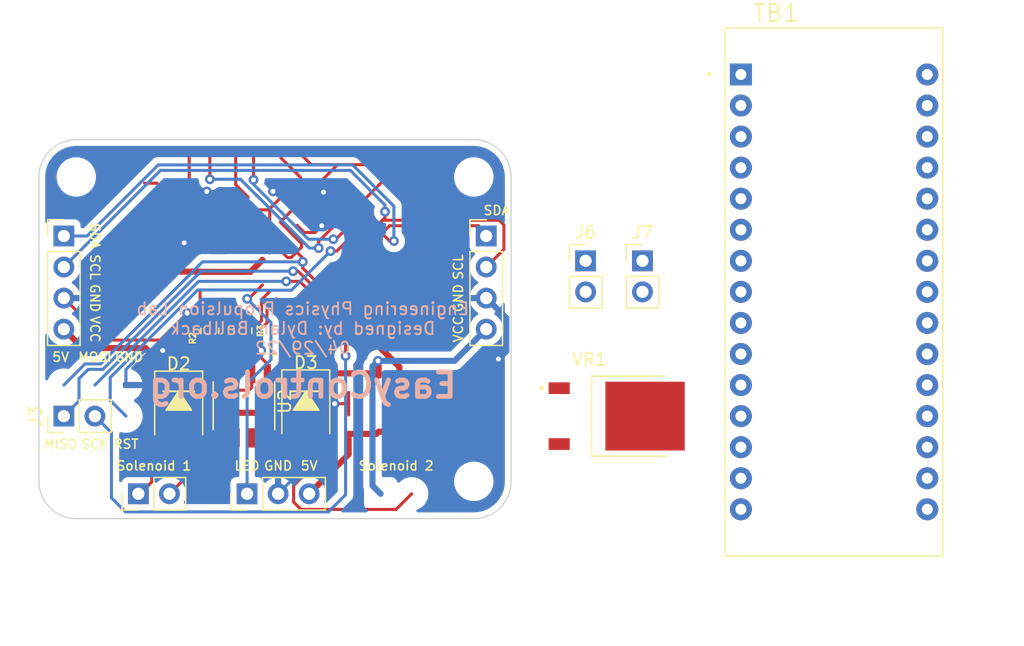
<source format=kicad_pcb>
(kicad_pcb (version 20211014) (generator pcbnew)
  (layers (0 "F.Cu" signal) (31 "B.Cu" signal) (34 "B.Paste" user) (35 "F.Paste" user) (36 "B.SilkS" user "B.Silkscreen") (37 "F.SilkS" user "F.Silkscreen") (38 "B.Mask" user) (39 "F.Mask" user) (44 "Edge.Cuts" user))
  (net 0 "")
  (net 1 "+5V")
  (net 2 "GND")
  (net 3 "VCC")
  (net 5 "/SOL1")
  (net 6 "/SOL2")
  (net 8 "/LED")
  (net 9 "/Gate1")
  (net 10 "/Gate2")
  (net 11 "/SDA")
  (net 12 "/SCL")
  (net 32 "/5V")
  (footprint "Diode_SMD:D_1812_4532Metric" (layer "F.Cu") (at 98.8 83.1 -90)
    (fp_text reference "D2" (at -3.556 0 180) (layer "F.SilkS"))
    (fp_text value "D")
    (fp_line (start -2.96 -1.96) (end -2.96 1.96) (layer "F.SilkS") (width 0.12))
    (fp_line (start -2.96 1.96) (end 2.25 1.96) (layer "F.SilkS") (width 0.12))
    (fp_line (start 2.25 -1.96) (end -2.96 -1.96) (layer "F.SilkS") (width 0.12))
    (pad "1" smd roundrect locked (at -2.1375 0 270) (size 1.125 3.4) (layers "F.Cu" "F.Paste" "F.Mask") (roundrect_rratio 0.2222222222) (net 3 "VCC"))
    (pad "2" smd roundrect locked (at 2.1375 0 270) (size 1.125 3.4) (layers "F.Cu" "F.Paste" "F.Mask") (roundrect_rratio 0.2222222222) (net 5 "/SOL1"))
  )
  (footprint "Connector_PinHeader_2.54mm:PinHeader_1x03_P2.54mm_Vertical" (layer "F.Cu") (at 104.394 90.17 90)
    (fp_text reference "J4" hide)
    (fp_text value "LED")
    (fp_line (start -1.33 -1.33) (end 0 -1.33) (layer "F.SilkS") (width 0.12))
    (fp_line (start -1.33 1.27) (end 1.33 1.27) (layer "F.SilkS") (width 0.12))
    (fp_line (start -1.33 0) (end -1.33 -1.33) (layer "F.SilkS") (width 0.12))
    (fp_line (start -1.33 1.27) (end -1.33 6.41) (layer "F.SilkS") (width 0.12))
    (fp_line (start 1.33 1.27) (end 1.33 6.41) (layer "F.SilkS") (width 0.12))
    (fp_line (start -1.33 6.41) (end 1.33 6.41) (layer "F.SilkS") (width 0.12))
    (pad "1" thru_hole rect locked (at 0 0 90) (size 1.7 1.7) (drill 1) (layers *.Cu *.Mask) (net 1 "+5V"))
    (pad "2" thru_hole oval locked (at 0 2.54 90) (size 1.7 1.7) (drill 1) (layers *.Cu *.Mask) (net 8 "/LED"))
    (pad "3" thru_hole oval locked (at 0 5.08 90) (size 1.7 1.7) (drill 1) (layers *.Cu *.Mask) (net 2 "GND"))
  )
  (footprint "Connector_PinHeader_2.54mm:PinHeader_1x04_P2.54mm_Vertical" (layer "F.Cu") (at 89.408 69.088)
    (fp_text reference "J1" hide)
    (fp_text value "I2C/Power_IN")
    (fp_line (start -1.33 -1.33) (end 0 -1.33) (layer "F.SilkS") (width 0.12))
    (fp_line (start 1.33 1.27) (end 1.33 8.95) (layer "F.SilkS") (width 0.12))
    (fp_line (start -1.33 8.95) (end 1.33 8.95) (layer "F.SilkS") (width 0.12))
    (fp_line (start -1.33 0) (end -1.33 -1.33) (layer "F.SilkS") (width 0.12))
    (fp_line (start -1.33 1.27) (end -1.33 8.95) (layer "F.SilkS") (width 0.12))
    (fp_line (start -1.33 1.27) (end 1.33 1.27) (layer "F.SilkS") (width 0.12))
    (pad "1" thru_hole rect locked (at 0 0) (size 1.7 1.7) (drill 1) (layers *.Cu *.Mask) (net 11 "/SDA"))
    (pad "2" thru_hole oval locked (at 0 2.54) (size 1.7 1.7) (drill 1) (layers *.Cu *.Mask) (net 12 "/SCL"))
    (pad "3" thru_hole oval locked (at 0 5.08) (size 1.7 1.7) (drill 1) (layers *.Cu *.Mask) (net 2 "GND"))
    (pad "4" thru_hole oval locked (at 0 7.62) (size 1.7 1.7) (drill 1) (layers *.Cu *.Mask) (net 3 "VCC"))
  )
  (footprint "Connector_PinHeader_2.54mm:PinHeader_1x02_P2.54mm_Vertical" (layer "F.Cu") (at 95.504 90.17 90)
    (fp_text reference "J5" hide)
    (fp_text value "SOL_1")
    (fp_line (start 1.33 1.27) (end 1.33 3.87) (layer "F.SilkS") (width 0.12))
    (fp_line (start -1.33 0) (end -1.33 -1.33) (layer "F.SilkS") (width 0.12))
    (fp_line (start -1.33 1.27) (end -1.33 3.87) (layer "F.SilkS") (width 0.12))
    (fp_line (start -1.33 -1.33) (end 0 -1.33) (layer "F.SilkS") (width 0.12))
    (fp_line (start -1.33 3.87) (end 1.33 3.87) (layer "F.SilkS") (width 0.12))
    (fp_line (start -1.33 1.27) (end 1.33 1.27) (layer "F.SilkS") (width 0.12))
    (pad "1" thru_hole rect locked (at 0 0 90) (size 1.7 1.7) (drill 1) (layers *.Cu *.Mask) (net 3 "VCC"))
    (pad "2" thru_hole oval locked (at 0 2.54 90) (size 1.7 1.7) (drill 1) (layers *.Cu *.Mask) (net 5 "/SOL1"))
  )
  (footprint "MountingHole:MountingHole_2.2mm_M2" (layer "F.Cu") (at 90.424 89.154)
    (fp_text reference "H2" hide)
    (fp_text value "MountingHole")
    (pad "" np_thru_hole circle locked (at 0 0) (size 2.2 2.2) (drill 2.2) (layers *.Cu *.Mask))
  )
  (footprint "MountingHole:MountingHole_2.2mm_M2" (layer "F.Cu") (at 90.424 64.262)
    (fp_text reference "H3" hide)
    (fp_text value "MountingHole")
    (pad "" np_thru_hole circle locked (at 0 0) (size 2.2 2.2) (drill 2.2) (layers *.Cu *.Mask))
  )
  (footprint "Connector_PinHeader_2.54mm:PinHeader_1x02_P2.54mm_Vertical" (layer "F.Cu") (at 89.408 83.82 90)
    (fp_text reference "J3" (at 0 -2.33 90) (layer "F.SilkS"))
    (fp_text value "SOL_1")
    (fp_line (start -1.33 -1.33) (end 0 -1.33) (layer "F.SilkS") (width 0.12))
    (fp_line (start 1.33 1.27) (end 1.33 3.87) (layer "F.SilkS") (width 0.12))
    (fp_line (start -1.33 0) (end -1.33 -1.33) (layer "F.SilkS") (width 0.12))
    (fp_line (start -1.33 1.27) (end -1.33 3.87) (layer "F.SilkS") (width 0.12))
    (fp_line (start -1.33 1.27) (end 1.33 1.27) (layer "F.SilkS") (width 0.12))
    (fp_line (start -1.33 3.87) (end 1.33 3.87) (layer "F.SilkS") (width 0.12))
    (pad "1" thru_hole rect (at 0 0 90) (size 1.7 1.7) (drill 1) (layers *.Cu *.Mask) (net 3 "VCC"))
    (pad "2" thru_hole oval (at 0 2.54 90) (size 1.7 1.7) (drill 1) (layers *.Cu *.Mask) (net 5 "/SOL1"))
  )
  (footprint "MountingHole:MountingHole_2.2mm_M2" (layer "F.Cu") (at 122.936 89.154)
    (fp_text reference "H4" hide)
    (fp_text value "MountingHole")
    (pad "" np_thru_hole circle locked (at 0 0) (size 2.2 2.2) (drill 2.2) (layers *.Cu *.Mask))
  )
  (footprint "Resistor_SMD:R_0805_2012Metric" (layer "F.Cu") (at 101.35 76.85 90)
    (fp_text reference "R2" (at -0.6 -1.4 90) (layer "F.SilkS") (effects (font (size 0.5 0.5) (thickness 0.125))))
    (fp_text value "10k")
    (fp_line (start -0.227064 -0.735) (end 0.227064 -0.735) (layer "F.SilkS") (width 0.12))
    (fp_line (start -0.227064 0.735) (end 0.227064 0.735) (layer "F.SilkS") (width 0.12))
    (pad "1" smd roundrect locked (at -0.9125 0 90) (size 1.025 1.4) (layers "F.Cu" "F.Paste" "F.Mask") (roundrect_rratio 0.243902439) (net 9 "/Gate1"))
    (pad "2" smd roundrect locked (at 0.9125 0 90) (size 1.025 1.4) (layers "F.Cu" "F.Paste" "F.Mask") (roundrect_rratio 0.243902439) (net 2 "GND"))
  )
  (footprint "Dylan:SOIC127P600X150-8N" (layer "F.Cu") (at 104.14 82.975 -90)
    (fp_text reference "U2" (at -0.355 -3.332 -90) (layer "F.SilkS"))
    (fp_text value "DMN4026SSD")
    (fp_line (start -1.95 -2.52) (end 1.95 -2.52) (layer "F.SilkS") (width 0.127))
    (fp_line (start -1.95 2.52) (end 1.95 2.52) (layer "F.SilkS") (width 0.127))
    (fp_circle (center -4.205 -2.495) (end -4.105 -2.495) (layer "F.SilkS") (width 0.2) (fill none))
    (pad "1" smd roundrect locked (at -2.625 -1.905 270) (size 1.58 0.59) (layers "F.Cu" "F.Paste" "F.Mask") (roundrect_rratio 0.07) (net 2 "GND"))
    (pad "2" smd roundrect locked (at -2.625 -0.635 270) (size 1.58 0.59) (layers "F.Cu" "F.Paste" "F.Mask") (roundrect_rratio 0.07) (net 9 "/Gate1"))
    (pad "3" smd roundrect locked (at -2.625 0.635 270) (size 1.58 0.59) (layers "F.Cu" "F.Paste" "F.Mask") (roundrect_rratio 0.07) (net 2 "GND"))
    (pad "4" smd roundrect locked (at -2.625 1.905 270) (size 1.58 0.59) (layers "F.Cu" "F.Paste" "F.Mask") (roundrect_rratio 0.07) (net 10 "/Gate2"))
    (pad "5" smd roundrect locked (at 2.625 1.905 270) (size 1.58 0.59) (layers "F.Cu" "F.Paste" "F.Mask") (roundrect_rratio 0.07) (net 5 "/SOL1"))
    (pad "6" smd roundrect locked (at 2.625 0.635 270) (size 1.58 0.59) (layers "F.Cu" "F.Paste" "F.Mask") (roundrect_rratio 0.07) (net 5 "/SOL1"))
    (pad "7" smd roundrect locked (at 2.625 -0.635 270) (size 1.58 0.59) (layers "F.Cu" "F.Paste" "F.Mask") (roundrect_rratio 0.07) (net 6 "/SOL2"))
    (pad "8" smd roundrect locked (at 2.625 -1.905 270) (size 1.58 0.59) (layers "F.Cu" "F.Paste" "F.Mask") (roundrect_rratio 0.07) (net 6 "/SOL2"))
  )
  (footprint "Resistor_SMD:R_0805_2012Metric" (layer "F.Cu") (at 104.05 76.85 90)
    (fp_text reference "R3" (at 0 1.45 90) (layer "F.SilkS") (effects (font (size 0.5 0.5) (thickness 0.125))))
    (fp_text value "10k")
    (fp_line (start -0.227064 0.735) (end 0.227064 0.735) (layer "F.SilkS") (width 0.12))
    (fp_line (start -0.227064 -0.735) (end 0.227064 -0.735) (layer "F.SilkS") (width 0.12))
    (pad "1" smd roundrect locked (at -0.9125 0 90) (size 1.025 1.4) (layers "F.Cu" "F.Paste" "F.Mask") (roundrect_rratio 0.243902439) (net 10 "/Gate2"))
    (pad "2" smd roundrect locked (at 0.9125 0 90) (size 1.025 1.4) (layers "F.Cu" "F.Paste" "F.Mask") (roundrect_rratio 0.243902439) (net 2 "GND"))
  )
  (footprint "Diode_SMD:D_1812_4532Metric" (layer "F.Cu") (at 109.2 83 -90)
    (fp_text reference "D3" (at -3.556 0 180) (layer "F.SilkS"))
    (fp_text value "D")
    (fp_line (start -2.96 -1.96) (end -2.96 1.96) (layer "F.SilkS") (width 0.12))
    (fp_line (start 2.25 -1.96) (end -2.96 -1.96) (layer "F.SilkS") (width 0.12))
    (fp_line (start -2.96 1.96) (end 2.25 1.96) (layer "F.SilkS") (width 0.12))
    (pad "1" smd roundrect locked (at -2.1375 0 270) (size 1.125 3.4) (layers "F.Cu" "F.Paste" "F.Mask") (roundrect_rratio 0.2222222222) (net 3 "VCC"))
    (pad "2" smd roundrect locked (at 2.1375 0 270) (size 1.125 3.4) (layers "F.Cu" "F.Paste" "F.Mask") (roundrect_rratio 0.2222222222) (net 6 "/SOL2"))
  )
  (footprint "Connector_PinHeader_2.54mm:PinHeader_1x04_P2.54mm_Vertical" (layer "F.Cu") (at 123.952 69.088)
    (fp_text reference "J2" hide)
    (fp_text value "I2C/Power_IN")
    (fp_line (start -1.33 0) (end -1.33 -1.33) (layer "F.SilkS") (width 0.12))
    (fp_line (start -1.33 -1.33) (end 0 -1.33) (layer "F.SilkS") (width 0.12))
    (fp_line (start 1.33 1.27) (end 1.33 8.95) (layer "F.SilkS") (width 0.12))
    (fp_line (start -1.33 8.95) (end 1.33 8.95) (layer "F.SilkS") (width 0.12))
    (fp_line (start -1.33 1.27) (end 1.33 1.27) (layer "F.SilkS") (width 0.12))
    (fp_line (start -1.33 1.27) (end -1.33 8.95) (layer "F.SilkS") (width 0.12))
    (pad "1" thru_hole rect locked (at 0 0) (size 1.7 1.7) (drill 1) (layers *.Cu *.Mask) (net 11 "/SDA"))
    (pad "2" thru_hole oval locked (at 0 2.54) (size 1.7 1.7) (drill 1) (layers *.Cu *.Mask) (net 12 "/SCL"))
    (pad "3" thru_hole oval locked (at 0 5.08) (size 1.7 1.7) (drill 1) (layers *.Cu *.Mask) (net 2 "GND"))
    (pad "4" thru_hole oval locked (at 0 7.62) (size 1.7 1.7) (drill 1) (layers *.Cu *.Mask) (net 3 "VCC"))
  )
  (footprint "MountingHole:MountingHole_2.2mm_M2" (layer "F.Cu") (at 122.936 64.262)
    (fp_text reference "H1" hide)
    (fp_text value "MountingHole")
    (pad "" np_thru_hole circle locked (at 0 0) (size 2.2 2.2) (drill 2.2) (layers *.Cu *.Mask))
  )
  (footprint "Connector_PinHeader_2.54mm:PinHeader_1x02_P2.54mm_Vertical" (layer "F.Cu") (at 132.08 71.12)
    (fp_text reference "J6" (at 0 -2.33) (layer "F.SilkS"))
    (fp_text value "SOL_2")
    (fp_line (start 1.33 1.27) (end 1.33 3.87) (layer "F.SilkS") (width 0.12))
    (fp_line (start -1.33 0) (end -1.33 -1.33) (layer "F.SilkS") (width 0.12))
    (fp_line (start -1.33 1.27) (end -1.33 3.87) (layer "F.SilkS") (width 0.12))
    (fp_line (start -1.33 1.27) (end 1.33 1.27) (layer "F.SilkS") (width 0.12))
    (fp_line (start -1.33 -1.33) (end 0 -1.33) (layer "F.SilkS") (width 0.12))
    (fp_line (start -1.33 3.87) (end 1.33 3.87) (layer "F.SilkS") (width 0.12))
    (pad "1" thru_hole rect (at 0 0) (size 1.7 1.7) (drill 1) (layers *.Cu *.Mask) (net 3 "VCC"))
    (pad "2" thru_hole oval (at 0 2.54) (size 1.7 1.7) (drill 1) (layers *.Cu *.Mask) (net 6 "/SOL2"))
  )
  (footprint "Dylan:TO228P991X255-3N" (layer "F.Cu") (at 134.62 83.82)
    (fp_text reference "VR1" (at -2.23 -4.635) (layer "F.SilkS"))
    (fp_text value "LM78M05CDTX/NOPB")
    (fp_line (start -2.058 3.27) (end 4.043 3.27) (layer "F.SilkS") (width 0.127))
    (fp_line (start 4.043 -3.27) (end -2.058 -3.27) (layer "F.SilkS") (width 0.127))
    (fp_line (start -2.058 -3.27) (end -2.058 3.27) (layer "F.SilkS") (width 0.127))
    (fp_circle (center -6.105 -2.3) (end -6.005 -2.3) (layer "F.SilkS") (width 0.2) (fill none))
    (pad "1" smd rect locked (at -4.7 -2.285) (size 1.73 0.96) (layers "F.Cu" "F.Paste" "F.Mask") (net 3 "VCC"))
    (pad "3" smd rect locked (at -4.7 2.285) (size 1.73 0.96) (layers "F.Cu" "F.Paste" "F.Mask") (net 32 "/5V"))
    (pad "4" smd rect locked (at 2.32 0) (size 6.49 5.63) (layers "F.Cu" "F.Mask") (net 2 "GND"))
  )
  (footprint "Dylan:SHIELD_ARDUINO_NANO" (layer "F.Cu") (at 152.4 73.66)
    (fp_text reference "TB1" (at -4.755 -22.789) (layer "F.SilkS") (effects (font (size 1.4 1.4))))
    (fp_text value "ARDUINO_NANO")
    (fp_line (start -8.89 -21.59) (end 8.89 -21.59) (layer "F.SilkS") (width 0.127))
    (fp_line (start 8.89 -21.59) (end 8.89 21.59) (layer "F.SilkS") (width 0.127))
    (fp_line (start -8.89 21.59) (end -8.89 -21.59) (layer "F.SilkS") (width 0.127))
    (fp_line (start 8.89 21.59) (end -8.89 21.59) (layer "F.SilkS") (width 0.127))
    (fp_circle (center -10.2 -17.8) (end -10.1 -17.8) (layer "F.SilkS") (width 0.2) (fill none))
    (pad "1" thru_hole rect locked (at -7.62 -17.78) (size 1.8 1.8) (drill 0.9) (layers *.Cu *.Mask))
    (pad "2" thru_hole circle locked (at -7.62 -15.24) (size 1.8 1.8) (drill 0.9) (layers *.Cu *.Mask))
    (pad "3" thru_hole circle locked (at -7.62 -12.7) (size 1.8 1.8) (drill 0.9) (layers *.Cu *.Mask))
    (pad "4" thru_hole circle locked (at -7.62 -10.16) (size 1.8 1.8) (drill 0.9) (layers *.Cu *.Mask) (net 2 "GND"))
    (pad "5" thru_hole circle locked (at -7.62 -7.62) (size 1.8 1.8) (drill 0.9) (layers *.Cu *.Mask))
    (pad "6" thru_hole circle locked (at -7.62 -5.08) (size 1.8 1.8) (drill 0.9) (layers *.Cu *.Mask))
    (pad "7" thru_hole circle locked (at -7.62 -2.54) (size 1.8 1.8) (drill 0.9) (layers *.Cu *.Mask))
    (pad "8" thru_hole circle locked (at -7.62 0) (size 1.8 1.8) (drill 0.9) (layers *.Cu *.Mask) (net 8 "/LED"))
    (pad "9" thru_hole circle locked (at -7.62 2.54) (size 1.8 1.8) (drill 0.9) (layers *.Cu *.Mask) (net 5 "/SOL1"))
    (pad "10" thru_hole circle locked (at -7.62 5.08) (size 1.8 1.8) (drill 0.9) (layers *.Cu *.Mask) (net 6 "/SOL2"))
    (pad "11" thru_hole circle locked (at -7.62 7.62) (size 1.8 1.8) (drill 0.9) (layers *.Cu *.Mask))
    (pad "12" thru_hole circle locked (at -7.62 10.16) (size 1.8 1.8) (drill 0.9) (layers *.Cu *.Mask))
    (pad "13" thru_hole circle locked (at -7.62 12.7) (size 1.8 1.8) (drill 0.9) (layers *.Cu *.Mask))
    (pad "14" thru_hole circle locked (at -7.62 15.24) (size 1.8 1.8) (drill 0.9) (layers *.Cu *.Mask))
    (pad "15" thru_hole circle locked (at -7.62 17.78) (size 1.8 1.8) (drill 0.9) (layers *.Cu *.Mask))
    (pad "16" thru_hole circle locked (at 7.62 17.78) (size 1.8 1.8) (drill 0.9) (layers *.Cu *.Mask))
    (pad "17" thru_hole circle locked (at 7.62 15.24) (size 1.8 1.8) (drill 0.9) (layers *.Cu *.Mask))
    (pad "18" thru_hole circle locked (at 7.62 12.7) (size 1.8 1.8) (drill 0.9) (layers *.Cu *.Mask))
    (pad "19" thru_hole circle locked (at 7.62 10.16) (size 1.8 1.8) (drill 0.9) (layers *.Cu *.Mask))
    (pad "20" thru_hole circle locked (at 7.62 7.62) (size 1.8 1.8) (drill 0.9) (layers *.Cu *.Mask))
    (pad "21" thru_hole circle locked (at 7.62 5.08) (size 1.8 1.8) (drill 0.9) (layers *.Cu *.Mask))
    (pad "22" thru_hole circle locked (at 7.62 2.54) (size 1.8 1.8) (drill 0.9) (layers *.Cu *.Mask))
    (pad "23" thru_hole circle locked (at 7.62 0) (size 1.8 1.8) (drill 0.9) (layers *.Cu *.Mask) (net 11 "/SDA"))
    (pad "24" thru_hole circle locked (at 7.62 -2.54) (size 1.8 1.8) (drill 0.9) (layers *.Cu *.Mask) (net 12 "/SCL"))
    (pad "25" thru_hole circle locked (at 7.62 -5.08) (size 1.8 1.8) (drill 0.9) (layers *.Cu *.Mask))
    (pad "26" thru_hole circle locked (at 7.62 -7.62) (size 1.8 1.8) (drill 0.9) (layers *.Cu *.Mask))
    (pad "27" thru_hole circle locked (at 7.62 -10.16) (size 1.8 1.8) (drill 0.9) (layers *.Cu *.Mask))
    (pad "28" thru_hole circle locked (at 7.62 -12.7) (size 1.8 1.8) (drill 0.9) (layers *.Cu *.Mask))
    (pad "29" thru_hole circle locked (at 7.62 -15.24) (size 1.8 1.8) (drill 0.9) (layers *.Cu *.Mask) (net 2 "GND"))
    (pad "30" thru_hole circle locked (at 7.62 -17.78) (size 1.8 1.8) (drill 0.9) (layers *.Cu *.Mask) (net 32 "/5V"))
  )
  (footprint "Connector_PinHeader_2.54mm:PinHeader_1x02_P2.54mm_Vertical" (layer "F.Cu") (at 136.73 71.12)
    (fp_text reference "J7" (at 0 -2.33) (layer "F.SilkS"))
    (fp_text value "SOL_2")
    (fp_line (start -1.33 1.27) (end -1.33 3.87) (layer "F.SilkS") (width 0.12))
    (fp_line (start -1.33 3.87) (end 1.33 3.87) (layer "F.SilkS") (width 0.12))
    (fp_line (start 1.33 1.27) (end 1.33 3.87) (layer "F.SilkS") (width 0.12))
    (fp_line (start -1.33 0) (end -1.33 -1.33) (layer "F.SilkS") (width 0.12))
    (fp_line (start -1.33 1.27) (end 1.33 1.27) (layer "F.SilkS") (width 0.12))
    (fp_line (start -1.33 -1.33) (end 0 -1.33) (layer "F.SilkS") (width 0.12))
    (pad "1" thru_hole rect (at 0 0) (size 1.7 1.7) (drill 1) (layers *.Cu *.Mask) (net 3 "VCC"))
    (pad "2" thru_hole oval (at 0 2.54) (size 1.7 1.7) (drill 1) (layers *.Cu *.Mask) (net 6 "/SOL2"))
  )
  (gr_line (start 98.806 81.788) (end 97.79 83.312) (layer "F.SilkS") (width 0.15))
  (gr_line (start 108.204 83.312) (end 110.236 83.312) (layer "F.SilkS") (width 0.15))
  (gr_line (start 107.95 81.788) (end 110.49 81.788) (layer "F.SilkS") (width 0.15))
  (gr_line (start 110.236 83.312) (end 109.22 81.788) (layer "F.SilkS") (width 0.15))
  (gr_line (start 109.22 81.788) (end 108.204 83.312) (layer "F.SilkS") (width 0.15))
  (gr_poly (pts (xy 110.236 83.312) (xy 108.204 83.312) (xy 109.22 81.788)) (layer "F.SilkS") (width 0.1) (fill solid))
  (gr_line (start 99.822 83.312) (end 98.806 81.788) (layer "F.SilkS") (width 0.15))
  (gr_line (start 97.79 83.312) (end 99.822 83.312) (layer "F.SilkS") (width 0.15))
  (gr_line (start 97.536 81.788) (end 100.076 81.788) (layer "F.SilkS") (width 0.15))
  (gr_poly (pts (xy 99.822 83.312) (xy 97.79 83.312) (xy 98.806 81.788)) (layer "F.SilkS") (width 0.1) (fill solid))
  (gr_line (start 90.424 92.202) (end 122.936 92.202) (layer "Edge.Cuts") (width 0.1))
  (gr_arc (start 125.984 89.154) (mid 125.091261 91.309261) (end 122.936 92.202) (layer "Edge.Cuts") (width 0.1))
  (gr_line (start 125.984 64.262) (end 125.984 89.154) (layer "Edge.Cuts") (width 0.1))
  (gr_line (start 87.376 64.262) (end 87.376 89.154) (layer "Edge.Cuts") (width 0.1))
  (gr_arc (start 122.936 61.214) (mid 125.091261 62.106739) (end 125.984 64.262) (layer "Edge.Cuts") (width 0.1))
  (gr_line (start 90.424 61.214) (end 122.936 61.214) (layer "Edge.Cuts") (width 0.1))
  (gr_arc (start 87.376 64.262) (mid 88.268739 62.106739) (end 90.424 61.214) (layer "Edge.Cuts") (width 0.1))
  (gr_arc (start 90.424 92.202) (mid 88.268739 91.309261) (end 87.376 89.154) (layer "Edge.Cuts") (width 0.1))
  (gr_text "EasyControls.org" (at 108.95 81.3) (layer "B.SilkS") (effects (font (size 2 2) (thickness 0.4)) (justify mirror)))
  (gr_text "Engineering Physics Propulsion Lab\nDesigned by: Dylan Ballback\n04/29/22" (at 108.95 76.65) (layer "B.SilkS") (effects (font (size 1 1)) (justify mirror)))
  (gr_text "Solenoid 2" (at 116.586 87.884) (layer "F.SilkS") (effects (font (size 0.75 0.75) (thickness 0.13))))
  (gr_text "Solenoid 1" (at 96.774 87.884) (layer "F.SilkS") (effects (font (size 0.75 0.75) (thickness 0.13))))
  (gr_text "VCC" (at 121.666 76.708 90) (layer "F.SilkS") (effects (font (size 0.75 0.75) (thickness 0.13))))
  (gr_text "MISO" (at 89.154 86.106) (layer "F.SilkS") (effects (font (size 0.75 0.75) (thickness 0.13))))
  (gr_text "SDA" (at 91.948 69.088 270) (layer "F.SilkS") (effects (font (size 0.75 0.75) (thickness 0.13))))
  (gr_text "5V" (at 109.474 87.884) (layer "F.SilkS") (effects (font (size 0.75 0.75) (thickness 0.13))))
  (gr_text "VCC" (at 91.948 76.708 270) (layer "F.SilkS") (effects (font (size 0.75 0.75) (thickness 0.13))))
  (gr_text "GND" (at 94.742 78.994) (layer "F.SilkS") (effects (font (size 0.75 0.75) (thickness 0.13))))
  (gr_text "SCK" (at 91.948 86.106) (layer "F.SilkS") (effects (font (size 0.75 0.75) (thickness 0.13))))
  (gr_text "SCL" (at 121.666 71.628 90) (layer "F.SilkS") (effects (font (size 0.75 0.75) (thickness 0.13))))
  (gr_text "SDA" (at 124.8 67) (layer "F.SilkS") (effects (font (size 0.75 0.75) (thickness 0.13))))
  (gr_text "RST" (at 94.488 86.106) (layer "F.SilkS") (effects (font (size 0.75 0.75) (thickness 0.13))))
  (gr_text "MOSI" (at 91.948 78.994) (layer "F.SilkS") (effects (font (size 0.75 0.75) (thickness 0.13))))
  (gr_text "SCL" (at 91.948 71.628 270) (layer "F.SilkS") (effects (font (size 0.75 0.75) (thickness 0.13))))
  (gr_text "GND" (at 106.934 87.884) (layer "F.SilkS") (effects (font (size 0.75 0.75) (thickness 0.13))))
  (gr_text "5V" (at 89.154 78.994) (layer "F.SilkS") (effects (font (size 0.75 0.75) (thickness 0.13))))
  (gr_text "GND" (at 91.948 74.168 270) (layer "F.SilkS") (effects (font (size 0.75 0.75) (thickness 0.13))))
  (gr_text "LED" (at 104.394 87.884) (layer "F.SilkS") (effects (font (size 0.75 0.75) (thickness 0.13))))
  (gr_text "GND" (at 121.666 74.168 90) (layer "F.SilkS") (effects (font (size 0.75 0.75) (thickness 0.13))))
  (segment (start 113.948008 66.148008) (end 113.948008 68.190306) (width 0.25) (layer "F.Cu") (net 0))
  (segment (start 103.748008 69.351992) (end 103.722967 69.377033) (width 0.25) (layer "F.Cu") (net 0))
  (segment (start 101.75 69.5) (end 97.02 64.77) (width 0.25) (layer "F.Cu") (net 0))
  (segment (start 103.4625 62.4) (end 103.4625 64.895774) (width 0.25) (layer "F.Cu") (net 0))
  (segment (start 111.656944 69.35) (end 112.792676 68.214268) (width 0.25) (layer "F.Cu") (net 0))
  (segment (start 104.918873 62.518627) (end 105.0375 62.4) (width 0.25) (layer "F.Cu") (net 0))
  (segment (start 97.9 72) (end 100.525 72) (width 0.5) (layer "F.Cu") (net 0))
  (segment (start 103.748008 69.351992) (end 105.091565 69.351992) (width 0.25) (layer "F.Cu") (net 0))
  (segment (start 115.745235 64.545235) (end 117.525 66.325) (width 0.25) (layer "F.Cu") (net 0))
  (segment (start 96.012 74.27) (end 96.012 73.888) (width 0.5) (layer "F.Cu") (net 0))
  (segment (start 101.35 62.5125) (end 101.2375 62.4) (width 0.25) (layer "F.Cu") (net 0))
  (segment (start 103.4625 64.895774) (end 104.483363 65.916637) (width 0.25) (layer "F.Cu") (net 0))
  (segment (start 100.525 72) (end 100.55 72.025) (width 0.5) (layer "F.Cu") (net 0))
  (segment (start 107.1625 62.695774) (end 108.783363 64.316637) (width 0.25) (layer "F.Cu") (net 0))
  (segment (start 100.55 72.025) (end 104.668592 72.025) (width 0.5) (layer "F.Cu") (net 0))
  (segment (start 102.5 69.5) (end 101.75 69.5) (width 0.25) (layer "F.Cu") (net 0))
  (segment (start 110.25 69.525386) (end 110.25 70.0745) (width 0.25) (layer "F.Cu") (net 0))
  (segment (start 103.722967 69.377033) (end 102.622967 69.377033) (width 0.25) (layer "F.Cu") (net 0))
  (segment (start 99.6625 62.4) (end 99.6625 66.7125) (width 0.25) (layer "F.Cu") (net 0))
  (segment (start 112.126803 67.648583) (end 110.25 69.525386) (width 0.25) (layer "F.Cu") (net 0))
  (segment (start 109.9 75.632427) (end 109.04501 76.487417) (width 0.25) (layer "F.Cu") (net 0))
  (segment (start 105.091565 69.351992) (end 106.216583 70.47701) (width 0.25) (layer "F.Cu") (net 0))
  (segment (start 101.35 64.449989) (end 101.35 62.5125) (width 0.25) (layer "F.Cu") (net 0))
  (segment (start 108.7 72.8) (end 109.9 74) (width 0.25) (layer "F.Cu") (net 0))
  (segment (start 113.358361 68.779953) (end 113.270047 68.779953) (width 0.25) (layer "F.Cu") (net 0))
  (segment (start 101.466637 68.516637) (end 101.883363 68.516637) (width 0.25) (layer "F.Cu") (net 0))
  (segment (start 109.9 74) (end 109.9 75.632427) (width 0.25) (layer "F.Cu") (net 0))
  (segment (start 117.525 66.325) (end 119.3 66.325) (width 0.25) (layer "F.Cu") (net 0))
  (segment (start 96.012 73.888) (end 97.9 72) (width 0.5) (layer "F.Cu") (net 0))
  (segment (start 107.6 72.8) (end 108.7 72.8) (width 0.25) (layer "F.Cu") (net 0))
  (segment (start 102.622967 69.377033) (end 102.5 69.5) (width 0.25) (layer "F.Cu") (net 0))
  (segment (start 111.727666 70.322334) (end 111.218289 70.322334) (width 0.25) (layer "F.Cu") (net 0))
  (segment (start 104.668592 72.025) (end 105.650897 71.042695) (width 0.5) (layer "F.Cu") (net 0))
  (segment (start 104.918873 64.494275) (end 104.918873 62.518627) (width 0.25) (layer "F.Cu") (net 0))
  (segment (start 112.22699 67.648583) (end 112.126803 67.648583) (width 0.25) (layer "F.Cu") (net 0))
  (segment (start 113.948008 68.190306) (end 113.358361 68.779953) (width 0.25) (layer "F.Cu") (net 0))
  (segment (start 115.550781 64.545235) (end 113.948008 66.148008) (width 0.25) (layer "F.Cu") (net 0))
  (segment (start 113.270047 68.779953) (end 111.727666 70.322334) (width 0.25) (layer "F.Cu") (net 0))
  (segment (start 111.45 69.35) (end 111.656944 69.35) (width 0.25) (layer "F.Cu") (net 0))
  (segment (start 115.745235 64.545235) (end 115.550781 64.545235) (width 0.25) (layer "F.Cu") (net 0))
  (segment (start 97.02 64.77) (end 96.012 64.77) (width 0.25) (layer "F.Cu") (net 0))
  (segment (start 107.1625 62.35) (end 107.1625 62.695774) (width 0.25) (layer "F.Cu") (net 0))
  (segment (start 99.6625 66.7125) (end 101.466637 68.516637) (width 0.25) (layer "F.Cu") (net 0))
  (via (at 104.918873 64.494275) (size 0.8) (drill 0.4) (layers "F.Cu" "B.Cu") (net 0))
  (via (at 110.25 70.0745) (size 0.8) (drill 0.4) (layers "F.Cu" "B.Cu") (net 0))
  (via (at 111.218289 70.322334) (size 0.8) (drill 0.4) (layers "F.Cu" "B.Cu") (net 0))
  (via (at 101.35 64.449989) (size 0.8) (drill 0.4) (layers "F.Cu" "B.Cu") (net 0))
  (via (at 107.6 72.8) (size 0.8) (drill 0.4) (layers "F.Cu" "B.Cu") (net 0))
  (via (at 111.45 69.35) (size 0.8) (drill 0.4) (layers "F.Cu" "B.Cu") (net 0))
  (segment (start 103.849989 64.449989) (end 101.35 64.449989) (width 0.25) (layer "B.Cu") (net 0))
  (segment (start 109.4 69.35) (end 104.918873 64.868873) (width 0.25) (layer "B.Cu") (net 0))
  (segment (start 104.918873 64.868873) (end 104.918873 64.494275) (width 0.25) (layer "B.Cu") (net 0))
  (segment (start 108.832141 69.417859) (end 109.488782 70.0745) (width 0.25) (layer "B.Cu") (net 0))
  (segment (start 111.218289 70.322334) (end 108.016112 73.524511) (width 0.25) (layer "B.Cu") (net 0))
  (segment (start 105.124511 73.524511) (end 105.1 73.5) (width 0.25) (layer "B.Cu") (net 0))
  (segment (start 105.164282 65.75) (end 108.832141 69.417859) (width 0.25) (layer "B.Cu") (net 0))
  (segment (start 93.2 80.663718) (end 93.2 82.532) (width 0.25) (layer "B.Cu") (net 0))
  (segment (start 105.164282 65.75) (end 105.15 65.75) (width 0.25) (layer "B.Cu") (net 0))
  (segment (start 104.35 64.95) (end 103.849989 64.449989) (width 0.25) (layer "B.Cu") (net 0))
  (segment (start 91.948 81.28) (end 100.428 72.8) (width 0.25) (layer "B.Cu") (net 0))
  (segment (start 109.4 69.35) (end 111.45 69.35) (width 0.25) (layer "B.Cu") (net 0))
  (segment (start 108.016112 73.524511) (end 105.124511 73.524511) (width 0.25) (layer "B.Cu") (net 0))
  (segment (start 93.2 82.532) (end 94.488 83.82) (width 0.25) (layer "B.Cu") (net 0))
  (segment (start 109.488782 70.0745) (end 110.25 70.0745) (width 0.25) (layer "B.Cu") (net 0))
  (segment (start 105.1 73.5) (end 100.363718 73.5) (width 0.25) (layer "B.Cu") (net 0))
  (segment (start 105.15 65.75) (end 104.35 64.95) (width 0.25) (layer "B.Cu") (net 0))
  (segment (start 100.428 72.8) (end 107.6 72.8) (width 0.25) (layer "B.Cu") (net 0))
  (segment (start 100.363718 73.5) (end 93.2 80.663718) (width 0.25) (layer "B.Cu") (net 0))
  (segment (start 104.518702 74.2255) (end 105.650897 73.093305) (width 0.25) (layer "F.Cu") (net 1))
  (segment (start 104.4 74.2255) (end 104.518702 74.2255) (width 0.25) (layer "F.Cu") (net 1))
  (via (at 104.4 74.2255) (size 0.8) (drill 0.4) (layers "F.Cu" "B.Cu") (net 1))
  (segment (start 104.4 74.2255) (end 106.35 76.1755) (width 0.25) (layer "B.Cu") (net 1))
  (segment (start 104.394 81.156) (end 104.394 90.17) (width 0.25) (layer "B.Cu") (net 1))
  (segment (start 106.35 79.2) (end 104.394 81.156) (width 0.25) (layer "B.Cu") (net 1))
  (segment (start 106.35 76.1755) (end 106.35 79.2) (width 0.25) (layer "B.Cu") (net 1))
  (segment (start 115.348008 76.051992) (end 115.348008 76.551992) (width 0.25) (layer "F.Cu") (net 2))
  (segment (start 122.174 82.804) (end 122.174 81.926) (width 0.5) (layer "F.Cu") (net 2))
  (segment (start 107.15 68) (end 107.15 67.9) (width 0.25) (layer "F.Cu") (net 2))
  (segment (start 99.494158 75.405842) (end 99.494158 75.394158) (width 0.25) (layer "F.Cu") (net 2))
  (segment (start 113.387581 77.648008) (end 114.251992 77.648008) (width 0.5) (layer "F.Cu") (net 2))
  (segment (start 103.45 66.95) (end 106.15 66.95) (width 0.25) (layer "F.Cu") (net 2))
  (segment (start 92.84 77.6) (end 97.3 77.6) (width 0.25) (layer "F.Cu") (net 2))
  (segment (start 110.65 65.5) (end 112.403984 65.5) (width 0.25) (layer "F.Cu") (net 2))
  (segment (start 108.85 70) (end 108.85 69.716314) (width 0.25) (layer "F.Cu") (net 2))
  (segment (start 106.045 79.545) (end 106.045 80.35) (width 0.25) (layer "F.Cu") (net 2))
  (segment (start 105.151992 68.281048) (end 105.151992 67.948008) (width 0.25) (layer "F.Cu") (net 2))
  (segment (start 102.651992 70.448008) (end 101.481282 70.448008) (width 0.25) (layer "F.Cu") (net 2))
  (segment (start 105.55 79.05) (end 105.775 79.275) (width 0.25) (layer "F.Cu") (net 2))
  (segment (start 106.782268 69.911324) (end 106.782268 69.932268) (width 0.25) (layer "F.Cu") (net 2))
  (segment (start 114.251992 77.648008) (end 114.698008 77.648008) (width 0.5) (layer "F.Cu") (net 2))
  (segment (start 108.45 70.4) (end 108.85 70) (width 0.25) (layer "F.Cu") (net 2))
  (segment (start 105.55 79.05) (end 105.55 78.45) (width 0.25) (layer "F.Cu") (net 2))
  (segment (start 111.795235 63.254765) (end 114.454765 63.254765) (width 0.25) (layer "F.Cu") (net 2))
  (segment (start 112.22699 76.487417) (end 113.387581 77.648008) (width 0.5) (layer "F.Cu") (net 2))
  (segment (start 122.174 81.926) (end 124.95 79.15) (width 0.5) (layer "F.Cu") (net 2))
  (segment (start 106.248008 68.245694) (end 106.248008 66.851992) (width 0.25) (layer "F.Cu") (net 2))
  (segment (start 108 70.85) (end 108.45 70.4) (width 0.25) (layer "F.Cu") (net 2))
  (segment (start 100.55 75.1375) (end 101.35 75.9375) (width 0.25) (layer "F.Cu") (net 2))
  (segment (start 119.3 74.075) (end 117.325 74.075) (width 0.25) (layer "F.Cu") (net 2))
  (segment (start 105.775 79.275) (end 106.045 79.545) (width 0.25) (layer "F.Cu") (net 2))
  (segment (start 104.05 75.9375) (end 101.35 75.9375) (width 0.25) (layer "F.Cu") (net 2))
  (segment (start 108.85 69.716314) (end 107.913639 68.779953) (width 0.25) (layer "F.Cu") (net 2))
  (segment (start 112.7 85.275) (end 114.968 85.275) (width 0.5) (layer "F.Cu") (net 2))
  (segment (start 115.348008 76.214322) (end 113.924047 74.790361) (width 0.25) (layer "F.Cu") (net 2))
  (segment (start 109.474 90.17) (end 112.7 86.944) (width 0.5) (layer "F.Cu") (net 2))
  (segment (start 106.782268 69.911324) (end 105.151992 68.281048) (width 0.25) (layer "F.Cu") (net 2))
  (segment (start 103.505 79.545) (end 104 79.05) (width 0.25) (layer "F.Cu") (net 2))
  (segment (start 89.408 74.168) (end 92.84 77.6) (width 0.25) (layer "F.Cu") (net 2))
  (segment (start 114.968 85.275) (end 115.154 85.089) (width 0.5) (layer "F.Cu") (net 2))
  (segment (start 106.248008 66.851992) (end 107.616637 65.483363) (width 0.25) (layer "F.Cu") (net 2))
  (segment (start 116.85 84.5) (end 116.261 85.089) (width 0.5) (layer "F.Cu") (net 2))
  (segment (start 110.79952 75.059947) (end 112.22699 76.487417) (width 0.25) (layer "F.Cu") (net 2))
  (segment (start 112.403984 65.5) (end 112.851992 65.051992) (width 0.25) (layer "F.Cu") (net 2))
  (segment (start 109.065056 68.8) (end 109.950788 68.8) (width 0.25) (layer "F.Cu") (net 2))
  (segment (start 101.683274 65.45) (end 101.1 65.45) (width 0.25) (layer "F.Cu") (net 2))
  (segment (start 100.0125 75.9375) (end 101.35 75.9375) (width 0.25) (layer "F.Cu") (net 2))
  (segment (start 103.505 80.35) (end 103.505 79.545) (width 0.25) (layer "F.Cu") (net 2))
  (segment (start 116.85 79.8) (end 116.85 84.5) (width 0.5) (layer "F.Cu") (net 2))
  (segment (start 100.55 73.575) (end 100.55 75.1375) (width 0.25) (layer "F.Cu") (net 2))
  (segment (start 108.7375 62.35) (end 109.642265 63.254765) (width 0.25) (layer "F.Cu") (net 2))
  (segment (start 103.316637 67.083363) (end 101.683274 65.45) (width 0.25) (layer "F.Cu") (net 2))
  (segment (start 116.261 85.089) (end 115.154 85.089) (width 0.5) (layer "F.Cu") (net 2))
  (segment (start 123.859 74.075) (end 123.952 74.168) (width 0.25) (layer "F.Cu") (net 2))
  (segment (start 103.316637 67.083363) (end 103.45 66.95) (width 0.25) (layer "F.Cu") (net 2))
  (segment (start 106.15 66.95) (end 106.248008 66.851992) (width 0.25) (layer "F.Cu") (net 2))
  (segment (start 109.950788 68.8) (end 110.500394 68.250394) (width 0.25) (layer "F.Cu") (net 2))
  (segment (start 107.15 67.9) (end 111.795235 63.254765) (width 0.25) (layer "F.Cu") (net 2))
  (segment (start 110.79952 73.563803) (end 110.79952 75.059947) (width 0.25) (layer "F.Cu") (net 2))
  (segment (start 107.570975 65.437701) (end 106.512299 65.437701) (width 0.25) (layer "F.Cu") (net 2))
  (segment (start 100.716637 69.683363) (end 99.283363 69.683363) (width 0.25) (layer "F.Cu") (net 2))
  (segment (start 107.7 70.85) (end 108 70.85) (width 0.25) (layer "F.Cu") (net 2))
  (segment (start 115.348008 76.551992) (end 115.348008 76.214322) (width 0.25) (layer "F.Cu") (net 2))
  (segment (start 107.347953 69.345639) (end 106.248008 68.245694) (width 0.25) (layer "F.Cu") (net 2))
  (segment (start 106.782268 69.932268) (end 107.7 70.85) (width 0.25) (layer "F.Cu") (net 2))
  (segment (start 97.3 77.6) (end 99.494158 75.405842) (width 0.25) (layer "F.Cu") (net 2))
  (segment (start 97.494438 78.455562) (end 100.0125 75.9375) (width 0.25) (layer "F.Cu") (net 2))
  (segment (start 107.913639 68.779953) (end 107.913639 68.763639) (width 0.25) (layer "F.Cu") (net 2))
  (segment (start 114.698008 77.648008) (end 116.85 79.8) (width 0.5) (layer "F.Cu") (net 2))
  (segment (start 108.95 70.9) (end 108.45 70.4) (width 0.25) (layer "F.Cu") (net 2))
  (segment (start 112.7 86.944) (end 112.7 85.275) (width 0.5) (layer "F.Cu") (net 2))
  (segment (start 109.642265 63.254765) (end 111.795235 63.254765) (width 0.25) (layer "F.Cu") (net 2))
  (segment (start 108.95 71.2) (end 108.95 71.714282) (width 0.25) (layer "F.Cu") (net 2))
  (segment (start 119.3 74.075) (end 123.859 74.075) (width 0.25) (layer "F.Cu") (net 2))
  (segment (start 101.481282 70.448008) (end 100.716637 69.683363) (width 0.25) (layer "F.Cu") (net 2))
  (segment (start 108.479324 68.214268) (end 109.065056 68.8) (width 0.25) (layer "F.Cu") (net 2))
  (segment (start 117.325 74.075) (end 115.348008 76.051992) (width 0.25) (layer "F.Cu") (net 2))
  (segment (start 108.95 71.2) (end 108.95 70.9) (width 0.25) (layer "F.Cu") (net 2))
  (segment (start 104 79.05) (end 105.55 79.05) (width 0.25) (layer "F.Cu") (net 2))
  (segment (start 108.95 71.714282) (end 110.79952 73.563803) (width 0.25) (layer "F.Cu") (net 2))
  (segment (start 107.616637 65.483363) (end 107.570975 65.437701) (width 0.25) (layer "F.Cu") (net 2))
  (segment (start 107.913639 68.763639) (end 107.15 68) (width 0.25) (layer "F.Cu") (net 2))
  (segment (start 99.283363 69.683363) (end 99.25 69.65) (width 0.25) (layer "F.Cu") (net 2))
  (via (at 99.494158 75.394158) (size 0.8) (drill 0.4) (layers "F.Cu" "B.Cu") (net 2))
  (via (at 101.1 65.45) (size 0.8) (drill 0.4) (layers "F.Cu" "B.Cu") (net 2))
  (via (at 110.65 65.5) (size 0.8) (drill 0.4) (layers "F.Cu" "B.Cu") (net 2))
  (via (at 97.494438 78.455562) (size 0.8) (drill 0.4) (layers "F.Cu" "B.Cu") (net 2))
  (via (at 110.500394 68.250394) (size 0.8) (drill 0.4) (layers "F.Cu" "B.Cu") (net 2))
  (via (at 108.95 71.2) (size 0.8) (drill 0.4) (layers "F.Cu" "B.Cu") (net 2))
  (via (at 105.55 78.45) (size 0.8) (drill 0.4) (layers "F.Cu" "B.Cu") (net 2))
  (via (at 99.25 69.65) (size 0.8) (drill 0.4) (layers "F.Cu" "B.Cu") (net 2))
  (via (at 124.95 79.15) (size 0.8) (drill 0.4) (layers "F.Cu" "B.Cu") (net 2))
  (via (at 106.512299 65.437701) (size 0.8) (drill 0.4) (layers "F.Cu" "B.Cu") (net 2))
  (segment (start 89.408 81.28) (end 91.13752 79.55048) (width 0.25) (layer "B.Cu") (net 2))
  (segment (start 92.406084 79.55048) (end 93.453282 78.503282) (width 0.25) (layer "B.Cu") (net 2))
  (segment (start 93.453282 78.503282) (end 100.456564 71.5) (width 0.25) (layer "B.Cu") (net 2))
  (segment (start 123.952 74.168) (end 125.6 75.816) (width 0.5) (layer "B.Cu") (net 2))
  (segment (start 125.6 75.816) (end 125.6 78.5) (width 0.5) (layer "B.Cu") (net 2))
  (segment (start 100.75 71.2) (end 108.95 71.2) (width 0.25) (layer "B.Cu") (net 2))
  (segment (start 100.456564 71.5) (end 100.456564 71.493436) (width 0.25) (layer "B.Cu") (net 2))
  (segment (start 91.586198 79.55048) (end 92.406084 79.55048) (width 0.25) (layer "B.Cu") (net 2))
  (segment (start 110.587701 65.437701) (end 110.65 65.5) (width 0.25) (layer "B.Cu") (net 2))
  (segment (start 106.512299 65.437701) (end 110.587701 65.437701) (width 0.25) (layer "B.Cu") (net 2))
  (segment (start 105.55 78.45) (end 105.544438 78.455562) (width 0.25) (layer "B.Cu") (net 2))
  (segment (start 94.488 80.011436) (end 96.043874 78.455562) (width 0.25) (layer "B.Cu") (net 2))
  (segment (start 100.65 71.3) (end 100.75 71.2) (width 0.25) (layer "B.Cu") (net 2))
  (segment (start 110.65 68.100788) (end 110.65 65.5) (width 0.25) (layer "B.Cu") (net 2))
  (segment (start 125.6 78.5) (end 124.95 79.15) (width 0.5) (layer "B.Cu") (net 2))
  (segment (start 94.488 81.28) (end 94.488 80.011436) (width 0.25) (layer "B.Cu") (net 2))
  (segment (start 100.456564 71.493436) (end 100.65 71.3) (width 0.25) (layer "B.Cu") (net 2))
  (segment (start 96.043874 78.455562) (end 97.494438 78.455562) (width 0.25) (layer "B.Cu") (net 2))
  (segment (start 105.544438 78.455562) (end 97.494438 78.455562) (width 0.25) (layer "B.Cu") (net 2))
  (segment (start 91.13752 79.55048) (end 91.586198 79.55048) (width 0.25) (layer "B.Cu") (net 2))
  (segment (start 110.500394 68.250394) (end 110.65 68.100788) (width 0.25) (layer "B.Cu") (net 2))
  (segment (start 112.7 80.325) (end 109.7375 80.325) (width 0.5) (layer "F.Cu") (net 3))
  (segment (start 106.1 83.55) (end 108.7875 80.8625) (width 0.5) (layer "F.Cu") (net 3))
  (segment (start 95.63 90.17) (end 96.6 89.2) (width 0.25) (layer "F.Cu") (net 3))
  (segment (start 110.35 73.75) (end 110.35 76.313798) (width 0.25) (layer "F.Cu") (net 3))
  (segment (start 102.15 83.55) (end 106.1 83.55) (width 0.5) (layer "F.Cu") (net 3))
  (segment (start 89.408 76.708) (end 90.95 78.25) (width 0.5) (layer "F.Cu") (net 3))
  (segment (start 108.568363 71.968363) (end 110.35 73.75) (width 0.25) (layer "F.Cu") (net 3))
  (segment (start 110.35 76.313798) (end 109.610695 77.053103) (width 0.25) (layer "F.Cu") (net 3))
  (segment (start 98.8 80.9625) (end 99.5625 80.9625) (width 0.5) (layer "F.Cu") (net 3))
  (segment (start 96.0875 78.25) (end 98.8 80.9625) (width 0.5) (layer "F.Cu") (net 3))
  (segment (start 96.6 83.1625) (end 98.8 80.9625) (width 0.25) (layer "F.Cu") (net 3))
  (segment (start 90.95 78.25) (end 96.0875 78.25) (width 0.5) (layer "F.Cu") (net 3))
  (segment (start 96.6 89.2) (end 96.6 83.1625) (width 0.25) (layer "F.Cu") (net 3))
  (segment (start 99.5625 80.9625) (end 102.15 83.55) (width 0.5) (layer "F.Cu") (net 3))
  (segment (start 114.96 80.325) (end 115.154 80.519) (width 0.5) (layer "F.Cu") (net 3))
  (segment (start 115.154 80.519) (end 115.154 79.354) (width 0.5) (layer "F.Cu") (net 3))
  (segment (start 112.7 80.325) (end 114.96 80.325) (width 0.5) (layer "F.Cu") (net 3))
  (segment (start 95.504 90.17) (end 95.63 90.17) (width 0.25) (layer "F.Cu") (net 3))
  (segment (start 108.7875 80.8625) (end 109.2 80.8625) (width 0.5) (layer "F.Cu") (net 3))
  (segment (start 115.154 79.354) (end 115.1 79.3) (width 0.5) (layer "F.Cu") (net 3))
  (segment (start 109.7375 80.325) (end 109.2 80.8625) (width 0.5) (layer "F.Cu") (net 3))
  (segment (start 108.154424 71.968363) (end 108.568363 71.968363) (width 0.25) (layer "F.Cu") (net 3))
  (via (at 108.154424 71.968363) (size 0.8) (drill 0.4) (layers "F.Cu" "B.Cu") (net 3))
  (via (at 115.1 79.3) (size 0.8) (drill 0.4) (layers "F.Cu" "B.Cu") (net 3))
  (segment (start 92.592282 80) (end 96.121141 76.471141) (width 0.25) (layer "B.Cu") (net 3))
  (segment (start 115.1 79.3) (end 114.65 79.75) (width 0.5) (layer "B.Cu") (net 3))
  (segment (start 91.25 80.15) (end 91.4 80) (width 0.25) (layer "B.Cu") (net 3))
  (segment (start 100.242282 72.35) (end 100.25 72.35) (width 0.25) (layer "B.Cu") (net 3))
  (segment (start 121.36 79.3) (end 123.952 76.708) (width 0.5) (layer "B.Cu") (net 3))
  (segment (start 115.1 79.3) (end 121.36 79.3) (width 0.5) (layer "B.Cu") (net 3))
  (segment (start 114.65 89.504) (end 115.316 90.17) (width 0.5) (layer "B.Cu") (net 3))
  (segment (start 91.4 80) (end 92.45 80) (width 0.25) (layer "B.Cu") (net 3))
  (segment (start 90.65 81.25) (end 90.65 80.75) (width 0.25) (layer "B.Cu") (net 3))
  (segment (start 89.408 83.82) (end 90.65 82.578) (width 0.25) (layer "B.Cu") (net 3))
  (segment (start 96.121141 76.471141) (end 100.242282 72.35) (width 0.25) (layer "B.Cu") (net 3))
  (segment (start 100.631637 71.968363) (end 108.154424 71.968363) (width 0.25) (layer "B.Cu") (net 3))
  (segment (start 92.45 80) (end 92.592282 80) (width 0.25) (layer "B.Cu") (net 3))
  (segment (start 100.25 72.35) (end 100.45 72.15) (width 0.25) (layer "B.Cu") (net 3))
  (segment (start 90.65 80.75) (end 91.25 80.15) (width 0.25) (layer "B.Cu") (net 3))
  (segment (start 114.65 79.75) (end 114.65 89.504) (width 0.5) (layer "B.Cu") (net 3))
  (segment (start 100.45 72.15) (end 100.631637 71.968363) (width 0.25) (layer "B.Cu") (net 3))
  (segment (start 90.65 82.578) (end 90.65 81.25) (width 0.25) (layer "B.Cu") (net 3))
  (segment (start 98.044 90.17) (end 100.05 88.164) (width 0.25) (layer "F.Cu") (net 5))
  (segment (start 98.8 85.2375) (end 101.8725 85.2375) (width 0.25) (layer "F.Cu") (net 5))
  (segment (start 100.05 88.164) (end 100.05 86.4875) (width 0.25) (layer "F.Cu") (net 5))
  (segment (start 103.505 85.6) (end 102.235 85.6) (width 0.25) (layer "F.Cu") (net 5))
  (segment (start 112.45 78.9) (end 112.45 77.841798) (width 0.25) (layer "F.Cu") (net 5))
  (segment (start 112.45 77.841798) (end 111.661305 77.053103) (width 0.25) (layer "F.Cu") (net 5))
  (segment (start 101.8725 85.2375) (end 102.235 85.6) (width 0.25) (layer "F.Cu") (net 5))
  (segment (start 100.05 86.4875) (end 98.8 85.2375) (width 0.25) (layer "F.Cu") (net 5))
  (via (at 112.45 78.9) (size 0.8) (drill 0.4) (layers "F.Cu" "B.Cu") (net 5))
  (segment (start 91.948 83.82) (end 93.3 85.172) (width 0.25) (layer "B.Cu") (net 5))
  (segment (start 111.3 91.4) (end 112.45 90.25) (width 0.25) (layer "B.Cu") (net 5))
  (segment (start 93.3 90.5) (end 94.45 91.65) (width 0.25) (layer "B.Cu") (net 5))
  (segment (start 93.3 85.172) (end 93.3 90.5) (width 0.25) (layer "B.Cu") (net 5))
  (segment (start 94.45 91.65) (end 94.5 91.65) (width 0.25) (layer "B.Cu") (net 5))
  (segment (start 112.45 90.25) (end 112.45 78.9) (width 0.25) (layer "B.Cu") (net 5))
  (segment (start 94.5 91.65) (end 111.05 91.65) (width 0.25) (layer "B.Cu") (net 5))
  (segment (start 111.05 91.65) (end 111.3 91.4) (width 0.25) (layer "B.Cu") (net 5))
  (segment (start 106.5075 85.1375) (end 106.045 85.6) (width 0.25) (layer "F.Cu") (net 6))
  (segment (start 104.775 85.6) (end 106.045 85.6) (width 0.25) (layer "F.Cu") (net 6))
  (segment (start 108.8 91.45) (end 116.576 91.45) (width 0.25) (layer "F.Cu") (net 6))
  (segment (start 116.576 91.45) (end 117.856 90.17) (width 0.25) (layer "F.Cu") (net 6))
  (segment (start 109.2 88.5) (end 108.2 89.5) (width 0.25) (layer "F.Cu") (net 6))
  (segment (start 108.2 89.5) (end 108.2 90.85) (width 0.25) (layer "F.Cu") (net 6))
  (segment (start 109.2 85.1375) (end 109.2 88.5) (width 0.25) (layer "F.Cu") (net 6))
  (segment (start 109.2 85.1375) (end 106.5075 85.1375) (width 0.25) (layer "F.Cu") (net 6))
  (segment (start 108.2 90.85) (end 108.8 91.45) (width 0.25) (layer "F.Cu") (net 6))
  (segment (start 112.7 81.875) (end 112.7 82.7) (width 0.25) (layer "F.Cu") (net 8))
  (segment (start 112.7 82.8) (end 112.7 83.725) (width 0.25) (layer "F.Cu") (net 8))
  (segment (start 112.7 82.7) (end 112.7 82.8) (width 0.25) (layer "F.Cu") (net 8))
  (segment (start 112.7 82.8) (end 111.55 82.8) (width 0.25) (layer "F.Cu") (net 8))
  (via (at 111.55 82.8) (size 0.8) (drill 0.4) (layers "F.Cu" "B.Cu") (net 8))
  (segment (start 111.55 85.554) (end 106.934 90.17) (width 0.25) (layer "B.Cu") (net 8))
  (segment (start 111.55 82.8) (end 111.55 85.554) (width 0.25) (layer "B.Cu") (net 8))
  (segment (start 104.738896 76.85) (end 105.574991 76.013905) (width 0.25) (layer "F.Cu") (net 9))
  (segment (start 101.35 77.7625) (end 101.35 81.2) (width 0.25) (layer "F.Cu") (net 9))
  (segment (start 104.55 81.7) (end 104.775 81.475) (width 0.25) (layer "F.Cu") (net 9))
  (segment (start 101.35 77.7625) (end 101.7875 77.7625) (width 0.25) (layer "F.Cu") (net 9))
  (segment (start 101.35 81.2) (end 101.85 81.7) (width 0.25) (layer "F.Cu") (net 9))
  (segment (start 105.574991 74.300582) (end 106.216583 73.65899) (width 0.25) (layer "F.Cu") (net 9))
  (segment (start 102.7 76.85) (end 104.738896 76.85) (width 0.25) (layer "F.Cu") (net 9))
  (segment (start 104.775 81.475) (end 104.775 80.35) (width 0.25) (layer "F.Cu") (net 9))
  (segment (start 105.574991 76.013905) (end 105.574991 74.300582) (width 0.25) (layer "F.Cu") (net 9))
  (segment (start 101.7875 77.7625) (end 102.7 76.85) (width 0.25) (layer "F.Cu") (net 9))
  (segment (start 101.85 81.7) (end 104.55 81.7) (width 0.25) (layer "F.Cu") (net 9))
  (segment (start 104.05 77.7625) (end 102.235 79.5775) (width 0.25) (layer "F.Cu") (net 10))
  (segment (start 106.024511 76.200103) (end 106.024511 74.982433) (width 0.25) (layer "F.Cu") (net 10))
  (segment (start 104.462114 77.7625) (end 106.024511 76.200103) (width 0.25) (layer "F.Cu") (net 10))
  (segment (start 104.05 77.7625) (end 104.462114 77.7625) (width 0.25) (layer "F.Cu") (net 10))
  (segment (start 106.024511 74.982433) (end 106.782268 74.224676) (width 0.25) (layer "F.Cu") (net 10))
  (segment (start 102.235 79.5775) (end 102.235 80.35) (width 0.25) (layer "F.Cu") (net 10))
  (segment (start 123.952 69.088) (end 123.952 68.902) (width 0.25) (layer "F.Cu") (net 11))
  (segment (start 114.489732 69.809788) (end 114.489732 69.911324) (width 0.25) (layer "F.Cu") (net 11))
  (segment (start 123.29952 68.24952) (end 116.05 68.24952) (width 0.25) (layer "F.Cu") (net 11))
  (segment (start 115.02476 69.27476) (end 114.489732 69.809788) (width 0.25) (layer "F.Cu") (net 11))
  (segment (start 123.952 68.902) (end 123.29952 68.24952) (width 0.25) (layer "F.Cu") (net 11))
  (segment (start 116.05 69.5) (end 115.42476 68.87476) (width 0.25) (layer "F.Cu") (net 11))
  (segment (start 116.05 68.24952) (end 115.42476 68.87476) (width 0.25) (layer "F.Cu") (net 11))
  (segment (start 116.4 69.5) (end 116.05 69.5) (width 0.25) (layer "F.Cu") (net 11))
  (segment (start 115.42476 68.87476) (end 115.14976 69.14976) (width 0.25) (layer "F.Cu") (net 11))
  (segment (start 115.14976 69.14976) (end 115.02476 69.27476) (width 0.25) (layer "F.Cu") (net 11))
  (via (at 116.4 69.5) (size 0.8) (drill 0.4) (layers "F.Cu" "B.Cu") (net 11))
  (segment (start 97.124314 63.275969) (end 110.3 63.275969) (width 0.25) (layer "B.Cu") (net 11))
  (segment (start 96.375141 64.025141) (end 97.124314 63.275969) (width 0.25) (layer "B.Cu") (net 11))
  (segment (start 91.312282 69.088) (end 96.375141 64.025141) (width 0.25) (layer "B.Cu") (net 11))
  (segment (start 116.4 66.65) (end 116.4 68.9) (width 0.25) (layer "B.Cu") (net 11))
  (segment (start 89.408 69.088) (end 91.312282 69.088) (width 0.25) (layer "B.Cu") (net 11))
  (segment (start 110.3 63.275969) (end 112.050583 63.275969) (width 0.25) (layer "B.Cu") (net 11))
  (segment (start 113.025969 63.275969) (end 113.65 63.9) (width 0.25) (layer "B.Cu") (net 11))
  (segment (start 113.65 63.9) (end 116.4 66.65) (width 0.25) (layer "B.Cu") (net 11))
  (segment (start 112.050583 63.275969) (end 113.025969 63.275969) (width 0.25) (layer "B.Cu") (net 11))
  (segment (start 116.4 68.9) (end 116.4 69.5) (width 0.25) (layer "B.Cu") (net 11))
  (segment (start 114.609843 68.659843) (end 113.924047 69.345639) (width 0.25) (layer "F.Cu") (net 12))
  (segment (start 125.4 70.18) (end 125.4 68.186978) (width 0.25) (layer "F.Cu") (net 12))
  (segment (start 123.952 71.628) (end 125.4 70.18) (width 0.25) (layer "F.Cu") (net 12))
  (segment (start 115.469686 67.8) (end 115.309843 67.959843) (width 0.25) (layer "F.Cu") (net 12))
  (segment (start 115.309843 67.959843) (end 114.609843 68.659843) (width 0.25) (layer "F.Cu") (net 12))
  (segment (start 125.4 68.186978) (end 125.013022 67.8) (width 0.25) (layer "F.Cu") (net 12))
  (segment (start 115.6755 67.594186) (end 115.309843 67.959843) (width 0.25) (layer "F.Cu") (net 12))
  (segment (start 115.6755 67.1) (end 115.6755 67.594186) (width 0.25) (layer "F.Cu") (net 12))
  (segment (start 125.013022 67.8) (end 115.469686 67.8) (width 0.25) (layer "F.Cu") (net 12))
  (via (at 115.6755 67.1) (size 0.8) (drill 0.4) (layers "F.Cu" "B.Cu") (net 12))
  (segment (start 89.408 71.628) (end 97.310511 63.725489) (width 0.25) (layer "B.Cu") (net 12))
  (segment (start 113.632141 64.517859) (end 115.6755 66.561218) (width 0.25) (layer "B.Cu") (net 12))
  (segment (start 115.6755 66.561218) (end 115.6755 67.1) (width 0.25) (layer "B.Cu") (net 12))
  (segment (start 97.310511 63.725489) (end 110.450875 63.725489) (width 0.25) (layer "B.Cu") (net 12))
  (segment (start 112.839771 63.725489) (end 113.632141 64.517859) (width 0.25) (layer "B.Cu") (net 12))
  (segment (start 110.450875 63.725489) (end 112.839771 63.725489) (width 0.25) (layer "B.Cu") (net 12))
  (zone (net 2) (net_name "GND") (layer "B.Cu") (connect_pads (clearance 0.508)) (min_thickness 0.254) (fill yes (thermal_gap 0.508) (thermal_bridge_width 0.508))
    (polygon (pts (xy 124.55 61.65) (xy 125.2 62.25) (xy 125.6 62.75) (xy 125.9 63.55) (xy 126 64.25) (xy 126 89.35) (xy 125.8 90.2) (xy 125.55 90.75) (xy 125.25 91.15) (xy 124.55 91.75) (xy 123.65 92.1) (xy 122.5 92.2) (xy 90.3 92.2) (xy 89.2 92) (xy 88.55 91.55) (xy 87.9 90.85) (xy 87.45 89.95) (xy 87.35 89.05) (xy 87.4 63.75) (xy 87.9 62.5) (xy 88.75 61.7) (xy 89.7 61.3) (xy 90.6 61.2) (xy 123.15 61.2)))
  )
)
</source>
